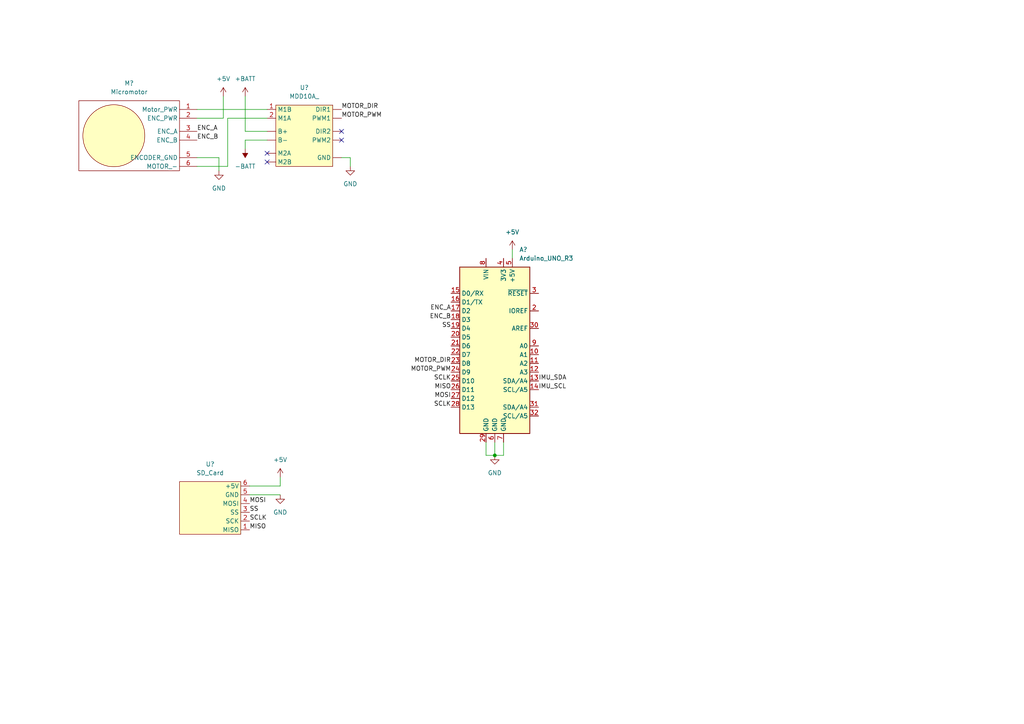
<source format=kicad_sch>
(kicad_sch (version 20211123) (generator eeschema)
  (paper "A4")
  (lib_symbols
    (symbol "MCU_Module:Arduino_UNO_R3"
      (property "Reference" "A" (at -10.16 23.495 0))
      (property "Value" "Arduino_UNO_R3" (at 5.08 -26.67 0))
      (symbol "Arduino_UNO_R3_0_1"
        (rectangle (start -10.16 22.86) (end 10.16 -25.4) (stroke (width 0.254)) (fill (type background)))
      )
      (symbol "Arduino_UNO_R3_1_1"
        (pin no_connect line (at -10.16 -20.32 0) (length 2.54) hide (name "NC") (number "1"))
        (pin bidirectional line (at 12.7 -2.54 180) (length 2.54) (name "A1") (number "10"))
        (pin bidirectional line (at 12.7 -5.08 180) (length 2.54) (name "A2") (number "11"))
        (pin bidirectional line (at 12.7 -7.62 180) (length 2.54) (name "A3") (number "12"))
        (pin bidirectional line (at 12.7 -10.16 180) (length 2.54) (name "SDA/A4") (number "13"))
        (pin bidirectional line (at 12.7 -12.7 180) (length 2.54) (name "SCL/A5") (number "14"))
        (pin bidirectional line (at -12.7 15.24 0) (length 2.54) (name "D0/RX") (number "15"))
        (pin bidirectional line (at -12.7 12.7 0) (length 2.54) (name "D1/TX") (number "16"))
        (pin bidirectional line (at -12.7 10.16 0) (length 2.54) (name "D2") (number "17"))
        (pin bidirectional line (at -12.7 7.62 0) (length 2.54) (name "D3") (number "18"))
        (pin bidirectional line (at -12.7 5.08 0) (length 2.54) (name "D4") (number "19"))
        (pin output line (at 12.7 10.16 180) (length 2.54) (name "IOREF") (number "2"))
        (pin bidirectional line (at -12.7 2.54 0) (length 2.54) (name "D5") (number "20"))
        (pin bidirectional line (at -12.7 0 0) (length 2.54) (name "D6") (number "21"))
        (pin bidirectional line (at -12.7 -2.54 0) (length 2.54) (name "D7") (number "22"))
        (pin bidirectional line (at -12.7 -5.08 0) (length 2.54) (name "D8") (number "23"))
        (pin bidirectional line (at -12.7 -7.62 0) (length 2.54) (name "D9") (number "24"))
        (pin bidirectional line (at -12.7 -10.16 0) (length 2.54) (name "D10") (number "25"))
        (pin bidirectional line (at -12.7 -12.7 0) (length 2.54) (name "D11") (number "26"))
        (pin bidirectional line (at -12.7 -15.24 0) (length 2.54) (name "D12") (number "27"))
        (pin bidirectional line (at -12.7 -17.78 0) (length 2.54) (name "D13") (number "28"))
        (pin power_in line (at -2.54 -27.94 90) (length 2.54) (name "GND") (number "29"))
        (pin input line (at 12.7 15.24 180) (length 2.54) (name "~{RESET}") (number "3"))
        (pin input line (at 12.7 5.08 180) (length 2.54) (name "AREF") (number "30"))
        (pin bidirectional line (at 12.7 -17.78 180) (length 2.54) (name "SDA/A4") (number "31"))
        (pin bidirectional line (at 12.7 -20.32 180) (length 2.54) (name "SCL/A5") (number "32"))
        (pin power_out line (at 2.54 25.4 270) (length 2.54) (name "3V3") (number "4"))
        (pin power_out line (at 5.08 25.4 270) (length 2.54) (name "+5V") (number "5"))
        (pin power_in line (at 0 -27.94 90) (length 2.54) (name "GND") (number "6"))
        (pin power_in line (at 2.54 -27.94 90) (length 2.54) (name "GND") (number "7"))
        (pin power_in line (at -2.54 25.4 270) (length 2.54) (name "VIN") (number "8"))
        (pin bidirectional line (at 12.7 0 180) (length 2.54) (name "A0") (number "9"))
      )
    )
    (symbol "power:+5V" (power) (pin_names (offset 0))
      (property "Value" "+5V" (at 0 3.556 0))
      (symbol "+5V_0_1"
        (polyline (pts (xy -0.762 1.27) (xy 0 2.54)))
        (polyline (pts (xy 0 0) (xy 0 2.54)))
        (polyline (pts (xy 0 2.54) (xy 0.762 1.27)))
      )
      (symbol "+5V_1_1"
        (pin power_in line (at 0 0 90) (length 0) hide (name "+5V") (number "1"))
      )
    )
    (symbol "power:+BATT" (power) (pin_names (offset 0))
      (property "Value" "+BATT" (at 0 3.556 0))
      (symbol "+BATT_0_1"
        (polyline (pts (xy -0.762 1.27) (xy 0 2.54)))
        (polyline (pts (xy 0 0) (xy 0 2.54)))
        (polyline (pts (xy 0 2.54) (xy 0.762 1.27)))
      )
      (symbol "+BATT_1_1"
        (pin power_in line (at 0 0 90) (length 0) hide (name "+BATT") (number "1"))
      )
    )
    (symbol "power:-BATT" (power) (pin_names (offset 0))
      (property "Value" "-BATT" (at 0 3.556 0))
      (symbol "-BATT_0_1"
        (polyline (pts (xy 0 0) (xy 0 2.54)))
        (polyline (pts (xy 0.762 1.27) (xy -0.762 1.27) (xy 0 2.54) (xy 0.762 1.27)) (fill (type outline)))
      )
      (symbol "-BATT_1_1"
        (pin power_in line (at 0 0 90) (length 0) hide (name "-BATT") (number "1"))
      )
    )
    (symbol "power:GND" (power) (pin_names (offset 0))
      (property "Value" "GND" (at 0 -3.81 0))
      (symbol "GND_0_1"
        (polyline (pts (xy 0 0) (xy 0 -1.27) (xy 1.27 -1.27) (xy 0 -2.54) (xy -1.27 -1.27) (xy 0 -1.27)))
      )
      (symbol "GND_1_1"
        (pin power_in line (at 0 0 270) (length 0) hide (name "GND") (number "1"))
      )
    )
    (symbol "rogallo_wing_test_lib:MDD10A_"
      (property "Reference" "U" (at 2.54 2.54 0))
      (property "Value" "MDD10A_" (at 3.81 0 0))
      (symbol "MDD10A__0_1"
        (rectangle (start -5.08 -2.54) (end 11.43 -20.32) (fill (type background)))
      )
      (symbol "MDD10A__1_1"
        (pin input line (at -7.62 -10.16 0) (length 2.54) (name "B+") (number ""))
        (pin input line (at -7.62 -12.7 0) (length 2.54) (name "B-") (number ""))
        (pin input line (at 13.97 -3.81 180) (length 2.54) (name "DIR1") (number ""))
        (pin input line (at 13.97 -10.16 180) (length 2.54) (name "DIR2") (number ""))
        (pin input line (at 13.97 -17.78 180) (length 2.54) (name "GND") (number ""))
        (pin input line (at -7.62 -16.51 0) (length 2.54) (name "M2A") (number ""))
        (pin input line (at -7.62 -19.05 0) (length 2.54) (name "M2B") (number ""))
        (pin input line (at 13.97 -6.35 180) (length 2.54) (name "PWM1") (number ""))
        (pin input line (at 13.97 -12.7 180) (length 2.54) (name "PWM2") (number ""))
        (pin input line (at -7.62 -3.81 0) (length 2.54) (name "M1B") (number "1"))
        (pin input line (at -7.62 -6.35 0) (length 2.54) (name "M1A") (number "2"))
      )
    )
    (symbol "rogallo_wing_test_lib:Micromotor"
      (property "Reference" "M" (at -5.08 -1.27 0))
      (property "Value" "Micromotor" (at -5.08 1.27 0))
      (symbol "Micromotor_0_1"
        (rectangle (start -21.59 -3.81) (end 7.62 -24.13))
        (circle (center -11.43 -13.97) (radius 8.9803) (fill (type background)))
      )
      (symbol "Micromotor_1_1"
        (pin input line (at 12.7 -6.35 180) (length 5.08) (name "Motor_PWR") (number "1"))
        (pin input line (at 12.7 -8.89 180) (length 5.08) (name "ENC_PWR") (number "2"))
        (pin input line (at 12.7 -12.7 180) (length 5.08) (name "ENC_A") (number "3"))
        (pin input line (at 12.7 -15.24 180) (length 5.08) (name "ENC_B") (number "4"))
        (pin input line (at 12.7 -20.32 180) (length 5.08) (name "ENCODER_GND") (number "5"))
        (pin input line (at 12.7 -22.86 180) (length 5.08) (name "MOTOR_-") (number "6"))
      )
    )
    (symbol "rogallo_wing_test_lib:SD_Card"
      (property "Reference" "U" (at 3.81 -1.27 0))
      (property "Value" "SD_Card" (at 3.81 0 0))
      (symbol "SD_Card_0_1"
        (rectangle (start -3.81 -2.54) (end 13.97 -17.78) (fill (type background)))
      )
      (symbol "SD_Card_1_1"
        (pin input line (at -6.35 -3.81 0) (length 2.54) (name "MISO") (number "1"))
        (pin input line (at -6.35 -6.35 0) (length 2.54) (name "SCK") (number "2"))
        (pin input line (at -6.35 -8.89 0) (length 2.54) (name "SS") (number "3"))
        (pin input line (at -6.35 -11.43 0) (length 2.54) (name "MOSI") (number "4"))
        (pin input line (at -6.35 -13.97 0) (length 2.54) (name "GND") (number "5"))
        (pin input line (at -6.35 -16.51 0) (length 2.54) (name "+5V") (number "6"))
      )
    )
  )
  (junction (at 143.51 132.08))
  (no_connect (at 99.06 40.64))
  (no_connect (at 77.47 44.45))
  (no_connect (at 77.47 46.99))
  (no_connect (at 99.06 38.1))
  (wire (pts (xy 143.51 132.08) (xy 146.05 132.08)))
  (wire (pts (xy 63.5 49.53) (xy 63.5 45.72)))
  (wire (pts (xy 66.04 34.29) (xy 66.04 48.26)))
  (wire (pts (xy 66.04 48.26) (xy 57.15 48.26)))
  (wire (pts (xy 72.39 143.51) (xy 81.28 143.51)))
  (wire (pts (xy 71.12 38.1) (xy 77.47 38.1)))
  (wire (pts (xy 72.39 140.97) (xy 81.28 140.97)))
  (wire (pts (xy 57.15 34.29) (xy 64.77 34.29)))
  (wire (pts (xy 64.77 27.94) (xy 64.77 34.29)))
  (wire (pts (xy 140.97 132.08) (xy 143.51 132.08)))
  (wire (pts (xy 81.28 138.43) (xy 81.28 140.97)))
  (wire (pts (xy 101.6 45.72) (xy 101.6 48.26)))
  (wire (pts (xy 148.59 72.39) (xy 148.59 74.93)))
  (wire (pts (xy 77.47 40.64) (xy 71.12 40.64)))
  (wire (pts (xy 63.5 45.72) (xy 57.15 45.72)))
  (wire (pts (xy 143.51 128.27) (xy 143.51 132.08)))
  (wire (pts (xy 140.97 128.27) (xy 140.97 132.08)))
  (wire (pts (xy 71.12 27.94) (xy 71.12 38.1)))
  (wire (pts (xy 146.05 132.08) (xy 146.05 128.27)))
  (wire (pts (xy 57.15 31.75) (xy 77.47 31.75)))
  (wire (pts (xy 71.12 40.64) (xy 71.12 43.18)))
  (wire (pts (xy 99.06 45.72) (xy 101.6 45.72)))
  (wire (pts (xy 77.47 34.29) (xy 66.04 34.29)))
  (label "SS" (at 130.81 95.25 180))
  (label "MOTOR_DIR" (at 130.81 105.41 180))
  (label "ENC_A" (at 130.81 90.17 180))
  (label "IMU_SCL" (at 156.21 113.03 0))
  (label "ENC_A" (at 57.15 38.1 0))
  (label "IMU_SDA" (at 156.21 110.49 0))
  (label "SCLK" (at 130.81 118.11 180))
  (label "ENC_B" (at 57.15 40.64 0))
  (label "SCLK" (at 72.39 151.13 0))
  (label "MISO" (at 130.81 113.03 180))
  (label "MOTOR_DIR" (at 99.06 31.75 0))
  (label "SS" (at 72.39 148.59 0))
  (label "MOTOR_PWM" (at 130.81 107.95 180))
  (label "SCLK" (at 130.81 110.49 180))
  (label "MOSI" (at 72.39 146.05 0))
  (label "MISO" (at 72.39 153.67 0))
  (label "ENC_B" (at 130.81 92.71 180))
  (label "MOTOR_PWM" (at 99.06 34.29 0))
  (label "MOSI" (at 130.81 115.57 180))
  (symbol (lib_id "power:+5V") (at 64.77 27.94 0) (unit 1)
    (property "Reference" "#PWR?" (effects hide))
    (property "Value" "+5V" (at 64.77 22.86 0))
  )
  (symbol (lib_id "MCU_Module:Arduino_UNO_R3") (at 143.51 100.33 0) (unit 1)
    (property "Reference" "A?" (at 150.6094 72.39 0) (effects (justify left)))
    (property "Value" "Arduino_UNO_R3" (at 150.6094 74.93 0) (effects (justify left)))
    (property "Footprint" "Module:Arduino_UNO_R3" (effects hide))
    (property "Datasheet" "https://www.arduino.cc/en/Main/arduinoBoardUno" (effects hide))
  )
  (symbol (lib_id "rogallo_wing_test_lib:SD_Card") (at 66.04 157.48 180) (unit 1)
    (property "Reference" "U?" (at 60.96 134.62 0))
    (property "Value" "SD_Card" (at 60.96 137.16 0))
  )
  (symbol (lib_id "power:GND") (at 101.6 48.26 0) (unit 1)
    (property "Reference" "#PWR?" (effects hide))
    (property "Value" "GND" (at 101.6 53.34 0))
  )
  (symbol (lib_id "power:+5V") (at 81.28 138.43 0) (unit 1)
    (property "Reference" "#PWR?" (effects hide))
    (property "Value" "+5V" (at 81.28 133.35 0))
  )
  (symbol (lib_id "rogallo_wing_test_lib:MDD10A_") (at 85.09 27.94 0) (unit 1)
    (property "Reference" "U?" (at 88.265 25.4 0))
    (property "Value" "MDD10A_" (at 88.265 27.94 0))
    (property "Datasheet" "https://docs.google.com/document/d/1ol8nICCTTw5dAHHE_hju08cCVH2GN5_Y3cGC6B4Gbas/edit" (effects hide))
  )
  (symbol (lib_id "power:GND") (at 63.5 49.53 0) (unit 1)
    (property "Reference" "#PWR?" (effects hide))
    (property "Value" "GND" (at 63.5 54.61 0))
  )
  (symbol (lib_id "rogallo_wing_test_lib:Micromotor") (at 44.45 25.4 0) (unit 1)
    (property "Reference" "M?" (at 37.465 24.13 0))
    (property "Value" "Micromotor" (at 37.465 26.67 0))
  )
  (symbol (lib_id "power:GND") (at 81.28 143.51 0) (unit 1)
    (property "Reference" "#PWR?" (effects hide))
    (property "Value" "GND" (at 81.28 148.59 0))
  )
  (symbol (lib_id "power:-BATT") (at 71.12 43.18 180) (unit 1)
    (property "Reference" "#PWR?" (effects hide))
    (property "Value" "-BATT" (at 71.12 48.26 0))
  )
  (symbol (lib_id "power:+BATT") (at 71.12 27.94 0) (unit 1)
    (property "Reference" "#PWR?" (effects hide))
    (property "Value" "+BATT" (at 71.12 22.86 0))
  )
  (symbol (lib_id "power:GND") (at 143.51 132.08 0) (unit 1)
    (property "Reference" "#PWR?" (effects hide))
    (property "Value" "GND" (at 143.51 137.16 0))
  )
  (symbol (lib_id "power:+5V") (at 148.59 72.39 0) (unit 1)
    (property "Reference" "#PWR?" (effects hide))
    (property "Value" "+5V" (at 148.59 67.31 0))
  )
)
</source>
